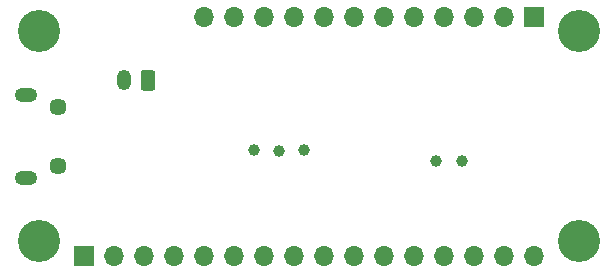
<source format=gbr>
G04 #@! TF.GenerationSoftware,KiCad,Pcbnew,5.1.2-f72e74a~84~ubuntu19.04.1*
G04 #@! TF.CreationDate,2019-06-07T10:09:53+02:00*
G04 #@! TF.ProjectId,efr32_feather,65667233-325f-4666-9561-746865722e6b,0.2*
G04 #@! TF.SameCoordinates,Original*
G04 #@! TF.FileFunction,Soldermask,Bot*
G04 #@! TF.FilePolarity,Negative*
%FSLAX46Y46*%
G04 Gerber Fmt 4.6, Leading zero omitted, Abs format (unit mm)*
G04 Created by KiCad (PCBNEW 5.1.2-f72e74a~84~ubuntu19.04.1) date 2019-06-07 10:09:53*
%MOMM*%
%LPD*%
G04 APERTURE LIST*
%ADD10C,1.000000*%
%ADD11C,3.556000*%
%ADD12O,1.200000X1.750000*%
%ADD13C,0.100000*%
%ADD14C,1.200000*%
%ADD15O,1.900000X1.200000*%
%ADD16C,1.450000*%
%ADD17O,1.700000X1.700000*%
%ADD18R,1.700000X1.700000*%
G04 APERTURE END LIST*
D10*
X167530000Y-140970000D03*
X169660000Y-141010000D03*
X171800000Y-140970000D03*
D11*
X195010000Y-148690000D03*
X149290000Y-148690000D03*
X195010000Y-130910000D03*
X149290000Y-130910000D03*
D10*
X185180000Y-141850000D03*
X182980000Y-141860000D03*
D12*
X156550000Y-135050000D03*
D13*
G36*
X158924505Y-134176204D02*
G01*
X158948773Y-134179804D01*
X158972572Y-134185765D01*
X158995671Y-134194030D01*
X159017850Y-134204520D01*
X159038893Y-134217132D01*
X159058599Y-134231747D01*
X159076777Y-134248223D01*
X159093253Y-134266401D01*
X159107868Y-134286107D01*
X159120480Y-134307150D01*
X159130970Y-134329329D01*
X159139235Y-134352428D01*
X159145196Y-134376227D01*
X159148796Y-134400495D01*
X159150000Y-134424999D01*
X159150000Y-135675001D01*
X159148796Y-135699505D01*
X159145196Y-135723773D01*
X159139235Y-135747572D01*
X159130970Y-135770671D01*
X159120480Y-135792850D01*
X159107868Y-135813893D01*
X159093253Y-135833599D01*
X159076777Y-135851777D01*
X159058599Y-135868253D01*
X159038893Y-135882868D01*
X159017850Y-135895480D01*
X158995671Y-135905970D01*
X158972572Y-135914235D01*
X158948773Y-135920196D01*
X158924505Y-135923796D01*
X158900001Y-135925000D01*
X158199999Y-135925000D01*
X158175495Y-135923796D01*
X158151227Y-135920196D01*
X158127428Y-135914235D01*
X158104329Y-135905970D01*
X158082150Y-135895480D01*
X158061107Y-135882868D01*
X158041401Y-135868253D01*
X158023223Y-135851777D01*
X158006747Y-135833599D01*
X157992132Y-135813893D01*
X157979520Y-135792850D01*
X157969030Y-135770671D01*
X157960765Y-135747572D01*
X157954804Y-135723773D01*
X157951204Y-135699505D01*
X157950000Y-135675001D01*
X157950000Y-134424999D01*
X157951204Y-134400495D01*
X157954804Y-134376227D01*
X157960765Y-134352428D01*
X157969030Y-134329329D01*
X157979520Y-134307150D01*
X157992132Y-134286107D01*
X158006747Y-134266401D01*
X158023223Y-134248223D01*
X158041401Y-134231747D01*
X158061107Y-134217132D01*
X158082150Y-134204520D01*
X158104329Y-134194030D01*
X158127428Y-134185765D01*
X158151227Y-134179804D01*
X158175495Y-134176204D01*
X158199999Y-134175000D01*
X158900001Y-134175000D01*
X158924505Y-134176204D01*
X158924505Y-134176204D01*
G37*
D14*
X158550000Y-135050000D03*
D15*
X148212500Y-143300000D03*
X148212500Y-136300000D03*
D16*
X150912500Y-142300000D03*
X150912500Y-137300000D03*
D17*
X163260000Y-129650000D03*
X165800000Y-129650000D03*
X168340000Y-129650000D03*
X170880000Y-129650000D03*
X173420000Y-129650000D03*
X175960000Y-129650000D03*
X178500000Y-129650000D03*
X181040000Y-129650000D03*
X183580000Y-129650000D03*
X186120000Y-129650000D03*
X188660000Y-129650000D03*
D18*
X191200000Y-129650000D03*
D17*
X191200000Y-149960000D03*
X188660000Y-149960000D03*
X186120000Y-149960000D03*
X183580000Y-149960000D03*
X181040000Y-149960000D03*
X178500000Y-149960000D03*
X175960000Y-149960000D03*
X173420000Y-149960000D03*
X170880000Y-149960000D03*
X168340000Y-149960000D03*
X165800000Y-149960000D03*
X163260000Y-149960000D03*
X160720000Y-149960000D03*
X158180000Y-149960000D03*
X155640000Y-149960000D03*
D18*
X153100000Y-149960000D03*
M02*

</source>
